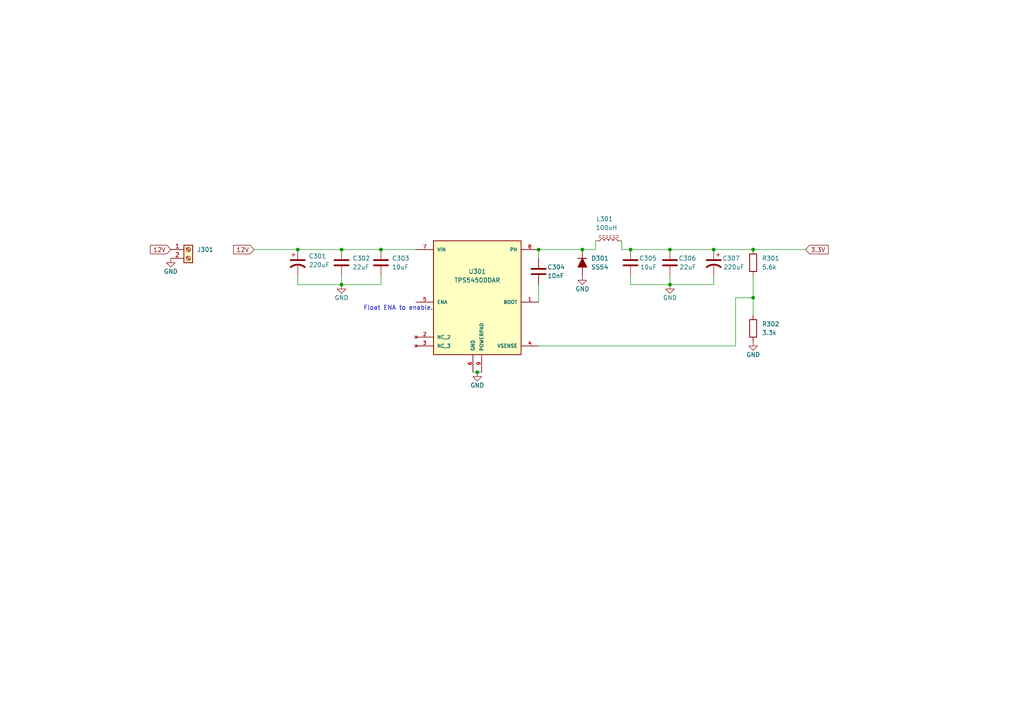
<source format=kicad_sch>
(kicad_sch (version 20211123) (generator eeschema)
  (paper "A4")
  (lib_symbols
    (symbol "Connector:Screw_Terminal_01x02" (pin_names (offset 1.016) hide)
      (property "Reference" "J" (at 0 2.54 0))
      (property "Value" "Screw_Terminal_01x02" (at 0 -5.08 0))
      (symbol "Screw_Terminal_01x02_1_1"
        (rectangle (start -1.27 1.27) (end 1.27 -3.81) (stroke (width 0.254)) (fill (type background)))
        (circle (center 0 -2.54) (radius 0.635) (stroke (width 0.1524)))
        (polyline (pts (xy -0.5334 -2.2098) (xy 0.3302 -3.048)) (stroke (width 0.1524)))
        (polyline (pts (xy -0.5334 0.3302) (xy 0.3302 -0.508)) (stroke (width 0.1524)))
        (polyline (pts (xy -0.3556 -2.032) (xy 0.508 -2.8702)) (stroke (width 0.1524)))
        (polyline (pts (xy -0.3556 0.508) (xy 0.508 -0.3302)) (stroke (width 0.1524)))
        (circle (center 0 0) (radius 0.635) (stroke (width 0.1524)))
        (pin passive line (at -5.08 0 0) (length 3.81) (name "Pin_1") (number "1"))
        (pin passive line (at -5.08 -2.54 0) (length 3.81) (name "Pin_2") (number "2"))
      )
    )
    (symbol "Device:C" (pin_numbers hide) (pin_names (offset 0.254))
      (property "Reference" "C" (at 0.635 2.54 0))
      (property "Value" "C" (at 0.635 -2.54 0))
      (symbol "C_0_1"
        (polyline (pts (xy -2.032 -0.762) (xy 2.032 -0.762)) (stroke (width 0.508)))
        (polyline (pts (xy -2.032 0.762) (xy 2.032 0.762)) (stroke (width 0.508)))
      )
      (symbol "C_1_1"
        (pin passive line (at 0 3.81 270) (length 2.794) (name "~") (number "1"))
        (pin passive line (at 0 -3.81 90) (length 2.794) (name "~") (number "2"))
      )
    )
    (symbol "Device:C_Polarized_US" (pin_numbers hide) (pin_names (offset 0.254) hide)
      (property "Reference" "C" (at 0.635 2.54 0))
      (property "Value" "C_Polarized_US" (at 0.635 -2.54 0))
      (symbol "C_Polarized_US_0_1"
        (polyline (pts (xy -2.032 0.762) (xy 2.032 0.762)) (stroke (width 0.508)))
        (polyline (pts (xy -1.778 2.286) (xy -0.762 2.286)))
        (polyline (pts (xy -1.27 1.778) (xy -1.27 2.794)))
        (arc (start 2.032 -1.27) (mid 0 -0.5572) (end -2.032 -1.27) (stroke (width 0.508)))
      )
      (symbol "C_Polarized_US_1_1"
        (pin passive line (at 0 3.81 270) (length 2.794) (name "~") (number "1"))
        (pin passive line (at 0 -3.81 90) (length 3.302) (name "~") (number "2"))
      )
    )
    (symbol "Device:D_Filled" (pin_numbers hide) (pin_names (offset 1.016) hide)
      (property "Reference" "D" (at 0 2.54 0))
      (property "Value" "D_Filled" (at 0 -2.54 0))
      (symbol "D_Filled_0_1"
        (polyline (pts (xy -1.27 1.27) (xy -1.27 -1.27)) (stroke (width 0.254)))
        (polyline (pts (xy 1.27 0) (xy -1.27 0)))
        (polyline (pts (xy 1.27 1.27) (xy 1.27 -1.27) (xy -1.27 0) (xy 1.27 1.27)) (stroke (width 0.254)) (fill (type outline)))
      )
      (symbol "D_Filled_1_1"
        (pin passive line (at -3.81 0 0) (length 2.54) (name "K") (number "1"))
        (pin passive line (at 3.81 0 180) (length 2.54) (name "A") (number "2"))
      )
    )
    (symbol "Device:L_Ferrite" (pin_numbers hide) (pin_names (offset 1.016) hide)
      (property "Reference" "L" (at -1.27 0 90))
      (property "Value" "L_Ferrite" (at 2.794 0 90))
      (symbol "L_Ferrite_0_1"
        (arc (start 0 -2.54) (mid 0.635 -1.905) (end 0 -1.27))
        (arc (start 0 -1.27) (mid 0.635 -0.635) (end 0 0))
        (polyline (pts (xy 1.016 -2.794) (xy 1.016 -2.286)))
        (polyline (pts (xy 1.016 -1.778) (xy 1.016 -1.27)))
        (polyline (pts (xy 1.016 -0.762) (xy 1.016 -0.254)))
        (polyline (pts (xy 1.016 0.254) (xy 1.016 0.762)))
        (polyline (pts (xy 1.016 1.27) (xy 1.016 1.778)))
        (polyline (pts (xy 1.016 2.286) (xy 1.016 2.794)))
        (polyline (pts (xy 1.524 -2.286) (xy 1.524 -2.794)))
        (polyline (pts (xy 1.524 -1.27) (xy 1.524 -1.778)))
        (polyline (pts (xy 1.524 -0.254) (xy 1.524 -0.762)))
        (polyline (pts (xy 1.524 0.762) (xy 1.524 0.254)))
        (polyline (pts (xy 1.524 1.778) (xy 1.524 1.27)))
        (polyline (pts (xy 1.524 2.794) (xy 1.524 2.286)))
        (arc (start 0 0) (mid 0.635 0.635) (end 0 1.27))
        (arc (start 0 1.27) (mid 0.635 1.905) (end 0 2.54))
      )
      (symbol "L_Ferrite_1_1"
        (pin passive line (at 0 3.81 270) (length 1.27) (name "1") (number "1"))
        (pin passive line (at 0 -3.81 90) (length 1.27) (name "2") (number "2"))
      )
    )
    (symbol "Device:R" (pin_numbers hide) (pin_names (offset 0))
      (property "Reference" "R" (at 2.032 0 90))
      (property "Value" "R" (at 0 0 90))
      (symbol "R_0_1"
        (rectangle (start -1.016 -2.54) (end 1.016 2.54) (stroke (width 0.254)))
      )
      (symbol "R_1_1"
        (pin passive line (at 0 3.81 270) (length 1.27) (name "~") (number "1"))
        (pin passive line (at 0 -3.81 90) (length 1.27) (name "~") (number "2"))
      )
    )
    (symbol "TPS5450DDAR:TPS5450DDAR" (pin_names (offset 1.016))
      (property "Reference" "U102" (at 0 8.89 0))
      (property "Value" "TPS5450DDAR" (at 0 6.35 0))
      (symbol "TPS5450DDAR_0_0"
        (rectangle (start -12.7 -15.24) (end 12.7 17.78) (stroke (width 0.254)) (fill (type background)))
        (pin output line (at 17.78 0 180) (length 5.08) (name "BOOT") (number "1"))
        (pin no_connect line (at -17.78 -10.16 0) (length 5.08) (name "NC_2") (number "2"))
        (pin no_connect line (at -17.78 -12.7 0) (length 5.08) (name "NC_3") (number "3"))
        (pin input line (at 17.78 -12.7 180) (length 5.08) (name "VSENSE") (number "4"))
        (pin input line (at -17.78 0 0) (length 5.08) (name "ENA") (number "5"))
        (pin power_in line (at -1.27 -20.32 90) (length 5.08) (name "GND") (number "6"))
        (pin power_in line (at -17.78 15.24 0) (length 5.08) (name "VIN") (number "7"))
        (pin output line (at 17.78 15.24 180) (length 5.08) (name "PH") (number "8"))
        (pin power_in line (at 1.27 -20.32 90) (length 5.08) (name "POWERPAD") (number "9"))
      )
    )
    (symbol "power:GND" (power) (pin_names (offset 0))
      (property "Value" "GND" (at 0 -3.81 0))
      (symbol "GND_0_1"
        (polyline (pts (xy 0 0) (xy 0 -1.27) (xy 1.27 -1.27) (xy 0 -2.54) (xy -1.27 -1.27) (xy 0 -1.27)))
      )
      (symbol "GND_1_1"
        (pin power_in line (at 0 0 270) (length 0) hide (name "GND") (number "1"))
      )
    )
  )
  (junction (at 194.31 82.55))
  (junction (at 182.88 72.39))
  (junction (at 110.49 72.39))
  (junction (at 99.06 82.55))
  (junction (at 194.31 72.39))
  (junction (at 86.36 72.39))
  (junction (at 99.06 72.39))
  (junction (at 218.44 86.36))
  (junction (at 168.91 72.39))
  (junction (at 207.01 72.39))
  (junction (at 138.43 107.95))
  (junction (at 218.44 72.39))
  (junction (at 156.21 72.39))
  (wire (pts (xy 110.49 72.39) (xy 120.65 72.39)))
  (wire (pts (xy 172.72 72.39) (xy 168.91 72.39)))
  (wire (pts (xy 156.21 82.55) (xy 156.21 87.63)))
  (wire (pts (xy 99.06 80.01) (xy 99.06 82.55)))
  (wire (pts (xy 99.06 72.39) (xy 86.36 72.39)))
  (wire (pts (xy 182.88 72.39) (xy 194.31 72.39)))
  (wire (pts (xy 110.49 80.01) (xy 110.49 82.55)))
  (wire (pts (xy 156.21 72.39) (xy 156.21 74.93)))
  (wire (pts (xy 218.44 86.36) (xy 218.44 91.44)))
  (wire (pts (xy 180.34 69.85) (xy 180.34 72.39)))
  (wire (pts (xy 156.21 72.39) (xy 168.91 72.39)))
  (wire (pts (xy 182.88 80.01) (xy 182.88 82.55)))
  (wire (pts (xy 207.01 80.01) (xy 207.01 82.55)))
  (wire (pts (xy 137.16 107.95) (xy 138.43 107.95)))
  (wire (pts (xy 213.36 86.36) (xy 218.44 86.36)))
  (wire (pts (xy 110.49 72.39) (xy 99.06 72.39)))
  (wire (pts (xy 138.43 107.95) (xy 139.7 107.95)))
  (wire (pts (xy 73.66 72.39) (xy 86.36 72.39)))
  (wire (pts (xy 194.31 80.01) (xy 194.31 82.55)))
  (wire (pts (xy 213.36 100.33) (xy 213.36 86.36)))
  (wire (pts (xy 207.01 72.39) (xy 218.44 72.39)))
  (wire (pts (xy 194.31 82.55) (xy 207.01 82.55)))
  (wire (pts (xy 172.72 69.85) (xy 172.72 72.39)))
  (wire (pts (xy 110.49 82.55) (xy 99.06 82.55)))
  (wire (pts (xy 86.36 82.55) (xy 99.06 82.55)))
  (wire (pts (xy 156.21 100.33) (xy 213.36 100.33)))
  (wire (pts (xy 86.36 80.01) (xy 86.36 82.55)))
  (wire (pts (xy 182.88 82.55) (xy 194.31 82.55)))
  (wire (pts (xy 218.44 80.01) (xy 218.44 86.36)))
  (wire (pts (xy 194.31 72.39) (xy 207.01 72.39)))
  (wire (pts (xy 218.44 72.39) (xy 233.68 72.39)))
  (wire (pts (xy 180.34 72.39) (xy 182.88 72.39)))
  (text "Float ENA to enable.\n" (at 105.41 90.17 0) (effects (font (size 1.27 1.27)) (justify left bottom)))
  (global_label "12V" (shape input) (at 49.53 72.39 180) (property "Intersheet References" "${INTERSHEET_REFS}" (effects hide)))
  (global_label "12V" (shape input) (at 73.66 72.39 180) (property "Intersheet References" "${INTERSHEET_REFS}" (effects hide)))
  (global_label "3.3V" (shape input) (at 233.68 72.39 0) (property "Intersheet References" "${INTERSHEET_REFS}" (effects hide)))
  (symbol (lib_id "Device:C") (at 156.21 78.74 0) (mirror y) (unit 1)
    (property "Reference" "C304" (at 158.75 77.47 0) (effects (justify right)))
    (property "Value" "10nF" (at 158.75 80.01 0) (effects (justify right)))
    (property "Footprint" "Capacitor_SMD:C_0603_1608Metric" (effects hide))
    (property "JLCPCB P/N" "C57112" (effects hide))
  )
  (symbol (lib_id "power:GND") (at 138.43 107.95 0) (unit 1)
    (property "Reference" "#PWR0303" (effects hide))
    (property "Value" "GND" (at 138.43 111.76 0))
  )
  (symbol (lib_id "power:GND") (at 168.91 80.01 0) (unit 1)
    (property "Reference" "#PWR0304" (effects hide))
    (property "Value" "GND" (at 168.91 83.82 0))
  )
  (symbol (lib_id "Device:C") (at 182.88 76.2 0) (mirror y) (unit 1)
    (property "Reference" "C305" (at 190.5 74.93 0) (effects (justify left)))
    (property "Value" "10uF" (at 190.5 77.47 0) (effects (justify left)))
    (property "Footprint" "Capacitor_SMD:C_0603_1608Metric" (effects hide))
    (property "JLCPCB P/N" "C96446" (effects hide))
  )
  (symbol (lib_id "Device:C") (at 99.06 76.2 0) (unit 1)
    (property "Reference" "C302" (at 102.235 74.9299 0) (effects (justify left)))
    (property "Value" "22uF" (at 102.235 77.4699 0) (effects (justify left)))
    (property "Footprint" "Capacitor_SMD:C_1206_3216Metric" (effects hide))
    (property "JLCPCB P/N" "C12891" (effects hide))
  )
  (symbol (lib_id "power:GND") (at 99.06 82.55 0) (mirror y) (unit 1)
    (property "Reference" "#PWR0302" (effects hide))
    (property "Value" "GND" (at 99.06 86.36 0))
  )
  (symbol (lib_id "Device:C_Polarized_US") (at 86.36 76.2 0) (unit 1)
    (property "Reference" "C301" (at 89.535 74.2949 0) (effects (justify left)))
    (property "Value" "220uF" (at 89.535 76.8349 0) (effects (justify left)))
    (property "Footprint" "Capacitor_SMD:CP_Elec_10x10" (effects hide))
    (property "JLCPCB P/N" "C125977" (effects hide))
  )
  (symbol (lib_id "power:GND") (at 194.31 82.55 0) (unit 1)
    (property "Reference" "#PWR0305" (effects hide))
    (property "Value" "GND" (at 194.31 86.36 0))
  )
  (symbol (lib_id "Device:R") (at 218.44 95.25 0) (unit 1)
    (property "Reference" "R302" (at 220.98 93.9799 0) (effects (justify left)))
    (property "Value" "3.3k" (at 220.98 96.5199 0) (effects (justify left)))
    (property "Footprint" "Resistor_SMD:R_0603_1608Metric" (effects hide))
    (property "JLCPCB P/N" "C22978" (effects hide))
  )
  (symbol (lib_id "Device:L_Ferrite") (at 176.53 69.85 90) (unit 1)
    (property "Reference" "L301" (at 177.8 63.5 90) (effects (justify left)))
    (property "Value" "100uH" (at 179.07 66.04 90) (effects (justify left)))
    (property "Footprint" "Inductor_SMD:L_12x12mm_H6mm" (effects hide))
    (property "JLCPCB P/N" "C169389" (effects hide))
  )
  (symbol (lib_id "Connector:Screw_Terminal_01x02") (at 54.61 72.39 0) (unit 1)
    (property "Reference" "J301" (at 57.15 72.3899 0) (effects (justify left)))
    (property "Footprint" "Breadstick Footprints:KF202-50-2P" (effects hide))
    (property "JLCPCB P/N" "C475182" (effects hide))
  )
  (symbol (lib_id "Device:R") (at 218.44 76.2 0) (unit 1)
    (property "Reference" "R301" (at 220.98 74.9299 0) (effects (justify left)))
    (property "Value" "5.6k" (at 220.98 77.4699 0) (effects (justify left)))
    (property "Footprint" "Resistor_SMD:R_0603_1608Metric" (effects hide))
    (property "JLCPCB P/N" "C23189" (effects hide))
  )
  (symbol (lib_id "power:GND") (at 218.44 99.06 0) (unit 1)
    (property "Reference" "#PWR0306" (effects hide))
    (property "Value" "GND" (at 218.44 102.87 0))
  )
  (symbol (lib_id "power:GND") (at 49.53 74.93 0) (mirror y) (unit 1)
    (property "Reference" "#PWR0301" (effects hide))
    (property "Value" "GND" (at 49.53 78.74 0))
  )
  (symbol (lib_id "Device:D_Filled") (at 168.91 76.2 270) (unit 1)
    (property "Reference" "D301" (at 171.45 74.9299 90) (effects (justify left)))
    (property "Value" "SS54" (at 171.45 77.4699 90) (effects (justify left)))
    (property "Footprint" "Diode_SMD:D_SMA" (effects hide))
    (property "JLCPCB P/N" "C22452" (effects hide))
  )
  (symbol (lib_id "Device:C") (at 194.31 76.2 0) (mirror y) (unit 1)
    (property "Reference" "C306" (at 201.93 74.93 0) (effects (justify left)))
    (property "Value" "22uF" (at 201.93 77.47 0) (effects (justify left)))
    (property "Footprint" "Capacitor_SMD:C_1206_3216Metric" (effects hide))
    (property "JLCPCB P/N" "C12891" (effects hide))
  )
  (symbol (lib_id "Device:C_Polarized_US") (at 207.01 76.2 0) (mirror y) (unit 1)
    (property "Reference" "C307" (at 214.63 74.93 0) (effects (justify left)))
    (property "Value" "220uF" (at 215.9 77.47 0) (effects (justify left)))
    (property "Footprint" "Capacitor_SMD:CP_Elec_10x10" (effects hide))
    (property "JLCPCB P/N" "C125977" (effects hide))
  )
  (symbol (lib_id "Device:C") (at 110.49 76.2 0) (unit 1)
    (property "Reference" "C303" (at 113.665 74.9299 0) (effects (justify left)))
    (property "Value" "10uF" (at 113.665 77.4699 0) (effects (justify left)))
    (property "Footprint" "Capacitor_SMD:C_0603_1608Metric" (effects hide))
    (property "JLCPCB P/N" "C96446" (effects hide))
  )
  (symbol (lib_id "TPS5450DDAR:TPS5450DDAR") (at 138.43 87.63 0) (unit 1)
    (property "Reference" "U301" (at 138.43 78.74 0))
    (property "Value" "TPS5450DDAR" (at 138.43 81.28 0))
    (property "Footprint" "TPS5450DDAR:CONV_TPS5450DDAR" (effects hide))
    (property "STANDARD" "Manufacturer Recommendations" (effects hide))
    (property "MAXIMUM_PACKAGE_HEIGHT" "1.70 mm" (effects hide))
    (property "MANUFACTURER" "Texas Instruments" (effects hide))
    (property "PARTREV" "D" (effects hide))
  )
)
</source>
